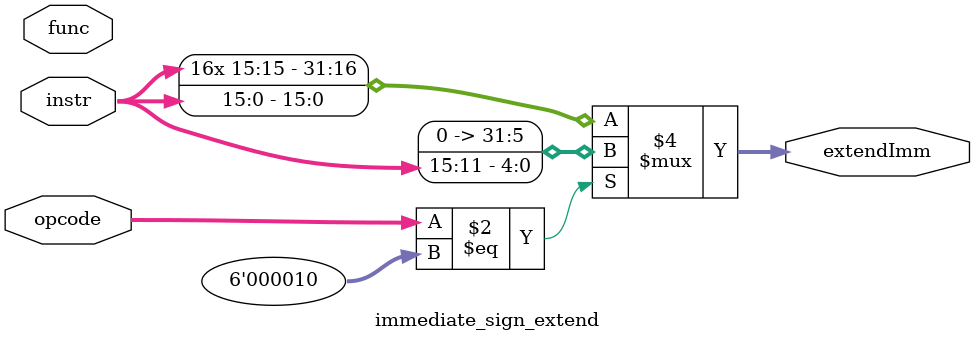
<source format=v>
/*
/////////////////////////////////////////////
//// COA LAB Assignment 6                ////
//// Group Number 23                     ////
//// Ashwani Kumar Kamal (20CS10011)     ////
//// Astitva (20CS30007)                 ////
/////////////////////////////////////////////
*/
    
`timescale 1ns / 1ps

// Sign extend module for shift amount and immediate value

module immediate_sign_extend (
    input [5:0] opcode,
    input [4:0] func,       
    input [15:0] instr,
    output reg [31:0] extendImm
);
    always @(*) begin
        if (opcode == 6'b000010) begin  
            // for shift amount                
            extendImm = {{27{1'b0}}, instr[15:11]};
        end else begin      
            // immediate value
            extendImm = {{16{instr[15]}}, instr};
        end
    end
endmodule
</source>
